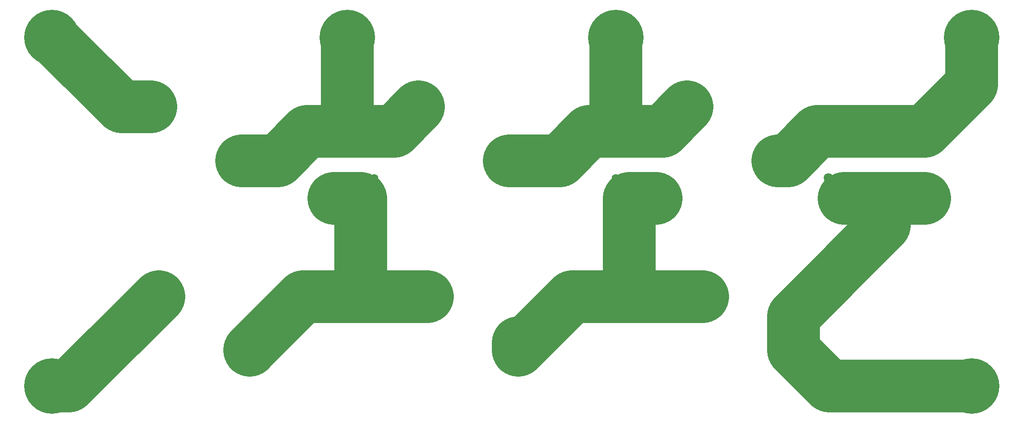
<source format=gbr>
%TF.GenerationSoftware,KiCad,Pcbnew,7.0.7*%
%TF.CreationDate,2023-10-16T15:11:45+02:00*%
%TF.ProjectId,GradientAmplifierFilter_V3,47726164-6965-46e7-9441-6d706c696669,rev?*%
%TF.SameCoordinates,Original*%
%TF.FileFunction,Copper,L2,Bot*%
%TF.FilePolarity,Positive*%
%FSLAX46Y46*%
G04 Gerber Fmt 4.6, Leading zero omitted, Abs format (unit mm)*
G04 Created by KiCad (PCBNEW 7.0.7) date 2023-10-16 15:11:45*
%MOMM*%
%LPD*%
G01*
G04 APERTURE LIST*
%TA.AperFunction,ComponentPad*%
%ADD10C,1.600000*%
%TD*%
%TA.AperFunction,ComponentPad*%
%ADD11C,1.800000*%
%TD*%
%TA.AperFunction,ComponentPad*%
%ADD12C,1.575000*%
%TD*%
%TA.AperFunction,ComponentPad*%
%ADD13C,10.500000*%
%TD*%
%TA.AperFunction,ComponentPad*%
%ADD14R,8.500000X5.500000*%
%TD*%
%TA.AperFunction,Conductor*%
%ADD15C,10.000000*%
%TD*%
G04 APERTURE END LIST*
D10*
%TO.P,C3,1*%
%TO.N,Net-(C1-Pad1)*%
X100360000Y-80050000D03*
%TO.P,C3,2*%
%TO.N,Net-(C1-Pad2)*%
X100360000Y-85050000D03*
%TD*%
D11*
%TO.P,C8,1*%
%TO.N,Net-(C7-Pad1)*%
X192610000Y-80010000D03*
%TO.P,C8,2*%
%TO.N,Net-(C7-Pad2)*%
X192610000Y-85010000D03*
%TD*%
D12*
%TO.P,C1,1*%
%TO.N,Net-(C1-Pad1)*%
X92710000Y-81480000D03*
%TO.P,C1,2*%
%TO.N,Net-(C1-Pad2)*%
X92710000Y-106480000D03*
%TD*%
D10*
%TO.P,C2,1*%
%TO.N,Net-(C1-Pad1)*%
X106680000Y-80050000D03*
%TO.P,C2,2*%
%TO.N,Net-(C1-Pad2)*%
X106680000Y-85050000D03*
%TD*%
D13*
%TO.P,H5,1,1*%
%TO.N,Net-(C7-Pad1)*%
X219710000Y-58420000D03*
%TD*%
D10*
%TO.P,C9,1*%
%TO.N,Net-(C7-Pad1)*%
X210820000Y-80050000D03*
%TO.P,C9,2*%
%TO.N,Net-(C7-Pad2)*%
X210820000Y-85050000D03*
%TD*%
D14*
%TO.P,L2,1*%
%TO.N,Net-(C1-Pad2)*%
X83060000Y-117680000D03*
%TO.P,L2,2*%
%TO.N,Net-(H2-Pad1)*%
X65910000Y-107480000D03*
%TD*%
D10*
%TO.P,C5,1*%
%TO.N,Net-(C4-Pad1)*%
X158750000Y-80050000D03*
%TO.P,C5,2*%
%TO.N,Net-(C4-Pad2)*%
X158750000Y-85050000D03*
%TD*%
D14*
%TO.P,L5,1*%
%TO.N,Net-(C4-Pad1)*%
X165860000Y-71550000D03*
%TO.P,L5,2*%
%TO.N,Net-(C7-Pad1)*%
X183010000Y-81750000D03*
%TD*%
D10*
%TO.P,C6,1*%
%TO.N,Net-(C4-Pad1)*%
X152400000Y-80050000D03*
%TO.P,C6,2*%
%TO.N,Net-(C4-Pad2)*%
X152400000Y-85050000D03*
%TD*%
D14*
%TO.P,L6,1*%
%TO.N,Net-(C7-Pad2)*%
X185930000Y-117680000D03*
%TO.P,L6,2*%
%TO.N,Net-(C4-Pad2)*%
X168780000Y-107480000D03*
%TD*%
%TO.P,L3,1*%
%TO.N,Net-(C1-Pad1)*%
X115060000Y-71550000D03*
%TO.P,L3,2*%
%TO.N,Net-(C4-Pad1)*%
X132210000Y-81750000D03*
%TD*%
D13*
%TO.P,H6,1,1*%
%TO.N,Net-(C7-Pad2)*%
X219710000Y-124460000D03*
%TD*%
D11*
%TO.P,C7,1*%
%TO.N,Net-(C7-Pad1)*%
X201930000Y-80010000D03*
%TO.P,C7,2*%
%TO.N,Net-(C7-Pad2)*%
X201930000Y-85010000D03*
%TD*%
D12*
%TO.P,C4,1*%
%TO.N,Net-(C4-Pad1)*%
X143510000Y-81575000D03*
%TO.P,C4,2*%
%TO.N,Net-(C4-Pad2)*%
X143510000Y-106575000D03*
%TD*%
D13*
%TO.P,H4,1,1*%
%TO.N,Net-(C4-Pad1)*%
X152400000Y-58420000D03*
%TD*%
D14*
%TO.P,L4,1*%
%TO.N,Net-(C4-Pad2)*%
X133860000Y-117680000D03*
%TO.P,L4,2*%
%TO.N,Net-(C1-Pad2)*%
X116710000Y-107480000D03*
%TD*%
D13*
%TO.P,H1,1,1*%
%TO.N,Net-(H1-Pad1)*%
X45720000Y-58420000D03*
%TD*%
%TO.P,H2,1,1*%
%TO.N,Net-(H2-Pad1)*%
X45720000Y-124460000D03*
%TD*%
%TO.P,H3,1,1*%
%TO.N,Net-(C1-Pad1)*%
X101600000Y-58420000D03*
%TD*%
D14*
%TO.P,L1,1*%
%TO.N,Net-(H1-Pad1)*%
X64390000Y-71550000D03*
%TO.P,L1,2*%
%TO.N,Net-(C1-Pad1)*%
X81540000Y-81750000D03*
%TD*%
D15*
%TO.N,Net-(C1-Pad1)*%
X81540000Y-81750000D02*
X88430000Y-81750000D01*
X93980000Y-76200000D02*
X101600000Y-76200000D01*
X88430000Y-81750000D02*
X93980000Y-76200000D01*
X110410000Y-76200000D02*
X115060000Y-71550000D01*
X101600000Y-76200000D02*
X110410000Y-76200000D01*
X101600000Y-58420000D02*
X101600000Y-76200000D01*
%TO.N,Net-(C1-Pad2)*%
X93180000Y-107480000D02*
X104140000Y-107480000D01*
X104140000Y-107480000D02*
X104140000Y-88900000D01*
X83060000Y-117600000D02*
X93180000Y-107480000D01*
X104140000Y-107480000D02*
X116710000Y-107480000D01*
X83060000Y-117680000D02*
X83060000Y-117600000D01*
X104140000Y-88900000D02*
X99060000Y-88900000D01*
%TO.N,Net-(C4-Pad1)*%
X147320000Y-76200000D02*
X152400000Y-76200000D01*
X152400000Y-76200000D02*
X161210000Y-76200000D01*
X132210000Y-81750000D02*
X141770000Y-81750000D01*
X161210000Y-76200000D02*
X165860000Y-71550000D01*
X141770000Y-81750000D02*
X147320000Y-76200000D01*
X152400000Y-76200000D02*
X152400000Y-58420000D01*
%TO.N,Net-(C4-Pad2)*%
X133860000Y-117680000D02*
X133860000Y-116225000D01*
X154940000Y-107480000D02*
X144060000Y-107480000D01*
X168780000Y-107480000D02*
X154940000Y-107480000D01*
X154940000Y-88900000D02*
X160020000Y-88900000D01*
X154940000Y-107480000D02*
X154940000Y-88900000D01*
X144060000Y-107480000D02*
X133860000Y-117680000D01*
%TO.N,Net-(C7-Pad1)*%
X219710000Y-67310000D02*
X219710000Y-58420000D01*
X210820000Y-76200000D02*
X219710000Y-67310000D01*
X190500000Y-76200000D02*
X210820000Y-76200000D01*
X183010000Y-81750000D02*
X184950000Y-81750000D01*
X184950000Y-81750000D02*
X190500000Y-76200000D01*
%TO.N,Net-(C7-Pad2)*%
X200660000Y-88900000D02*
X195580000Y-88900000D01*
X203200000Y-93980000D02*
X200660000Y-91440000D01*
X185930000Y-117680000D02*
X185930000Y-111250000D01*
X210820000Y-88900000D02*
X200660000Y-88900000D01*
X192710000Y-124460000D02*
X185930000Y-117680000D01*
X219710000Y-124460000D02*
X192710000Y-124460000D01*
X200660000Y-91440000D02*
X200660000Y-88900000D01*
X185930000Y-111250000D02*
X203200000Y-93980000D01*
%TO.N,Net-(H1-Pad1)*%
X45720000Y-58420000D02*
X58850000Y-71550000D01*
X58850000Y-71550000D02*
X64390000Y-71550000D01*
%TO.N,Net-(H2-Pad1)*%
X48930000Y-124460000D02*
X65910000Y-107480000D01*
X45720000Y-124460000D02*
X48930000Y-124460000D01*
%TD*%
M02*

</source>
